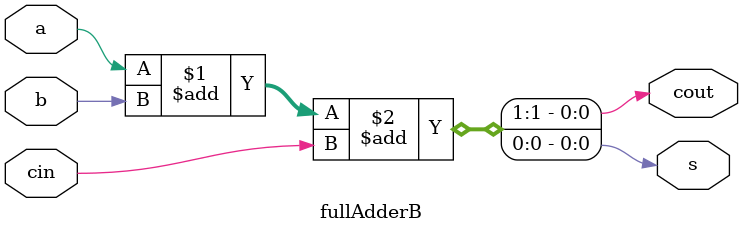
<source format=v>
module fullAdderB(cout, s, a, b, cin);
	output cout;
	output s;
	input a;
	input b;
	input cin;
	assign {cout,s} = a+b+cin;
	/*reg cout, s;
	always @(a,b,cin)
		begin
			{cout,s} = a+b+cin;
		end*/
endmodule
</source>
